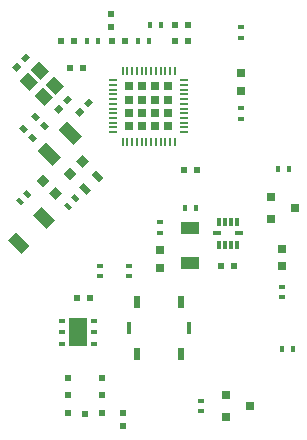
<source format=gtp>
G04 #@! TF.FileFunction,Paste,Top*
%FSLAX46Y46*%
G04 Gerber Fmt 4.6, Leading zero omitted, Abs format (unit mm)*
G04 Created by KiCad (PCBNEW 0.201506192325+5795~23~ubuntu14.04.1-product) date Wed 04 Nov 2015 01:33:26 GMT*
%MOMM*%
G01*
G04 APERTURE LIST*
%ADD10C,0.100000*%
%ADD11R,0.600000X0.500000*%
%ADD12R,0.500000X0.600000*%
%ADD13R,1.600000X1.000000*%
%ADD14R,0.797560X0.797560*%
%ADD15R,0.400000X0.600000*%
%ADD16R,0.600000X0.400000*%
%ADD17R,0.600000X1.000000*%
%ADD18R,0.450000X1.000000*%
%ADD19R,0.800000X0.300000*%
%ADD20R,0.300000X0.800000*%
%ADD21R,1.500000X2.400000*%
%ADD22R,0.800100X0.800100*%
%ADD23R,0.200000X0.800000*%
%ADD24R,0.800000X0.200000*%
%ADD25R,0.667500X0.667500*%
G04 APERTURE END LIST*
D10*
G36*
X134790264Y-86725182D02*
X135143818Y-87078736D01*
X134719554Y-87503000D01*
X134366000Y-87149446D01*
X134790264Y-86725182D01*
X134790264Y-86725182D01*
G37*
G36*
X134012446Y-87503000D02*
X134366000Y-87856554D01*
X133941736Y-88280818D01*
X133588182Y-87927264D01*
X134012446Y-87503000D01*
X134012446Y-87503000D01*
G37*
G36*
X137497736Y-91836818D02*
X137144182Y-91483264D01*
X137568446Y-91059000D01*
X137922000Y-91412554D01*
X137497736Y-91836818D01*
X137497736Y-91836818D01*
G37*
G36*
X138275554Y-91059000D02*
X137922000Y-90705446D01*
X138346264Y-90281182D01*
X138699818Y-90634736D01*
X138275554Y-91059000D01*
X138275554Y-91059000D01*
G37*
D11*
X147405000Y-84328000D03*
X148505000Y-84328000D03*
D12*
X141986000Y-84497000D03*
X141986000Y-83397000D03*
D11*
X143171000Y-85725000D03*
X142071000Y-85725000D03*
X138853000Y-85725000D03*
X137753000Y-85725000D03*
D10*
G36*
X140124264Y-90535182D02*
X140477818Y-90888736D01*
X140053554Y-91313000D01*
X139700000Y-90959446D01*
X140124264Y-90535182D01*
X140124264Y-90535182D01*
G37*
G36*
X139346446Y-91313000D02*
X139700000Y-91666554D01*
X139275736Y-92090818D01*
X138922182Y-91737264D01*
X139346446Y-91313000D01*
X139346446Y-91313000D01*
G37*
D11*
X139615000Y-88011000D03*
X138515000Y-88011000D03*
X148505000Y-85725000D03*
X147405000Y-85725000D03*
X148167000Y-96647000D03*
X149267000Y-96647000D03*
D12*
X143002000Y-117179000D03*
X143002000Y-118279000D03*
D11*
X151342000Y-104775000D03*
X152442000Y-104775000D03*
D13*
X148717000Y-104497000D03*
X148717000Y-101497000D03*
D11*
X139150000Y-107442000D03*
X140250000Y-107442000D03*
D10*
G36*
X135239182Y-92031736D02*
X135592736Y-91678182D01*
X136017000Y-92102446D01*
X135663446Y-92456000D01*
X135239182Y-92031736D01*
X135239182Y-92031736D01*
G37*
G36*
X136017000Y-92809554D02*
X136370554Y-92456000D01*
X136794818Y-92880264D01*
X136441264Y-93233818D01*
X136017000Y-92809554D01*
X136017000Y-92809554D01*
G37*
G36*
X134223182Y-93047736D02*
X134576736Y-92694182D01*
X135001000Y-93118446D01*
X134647446Y-93472000D01*
X134223182Y-93047736D01*
X134223182Y-93047736D01*
G37*
G36*
X135001000Y-93825554D02*
X135354554Y-93472000D01*
X135778818Y-93896264D01*
X135425264Y-94249818D01*
X135001000Y-93825554D01*
X135001000Y-93825554D01*
G37*
D14*
X156464000Y-103263700D03*
X156464000Y-104762300D03*
X146177000Y-104889300D03*
X146177000Y-103390700D03*
X153035000Y-88404700D03*
X153035000Y-89903300D03*
D10*
G36*
X134867487Y-98261249D02*
X135291751Y-98685513D01*
X135008909Y-98968355D01*
X134584645Y-98544091D01*
X134867487Y-98261249D01*
X134867487Y-98261249D01*
G37*
G36*
X134231091Y-98897645D02*
X134655355Y-99321909D01*
X134372513Y-99604751D01*
X133948249Y-99180487D01*
X134231091Y-98897645D01*
X134231091Y-98897645D01*
G37*
D15*
X157422000Y-111760000D03*
X156522000Y-111760000D03*
D16*
X153035000Y-84513000D03*
X153035000Y-85413000D03*
D15*
X156141000Y-96520000D03*
X157041000Y-96520000D03*
D16*
X156464000Y-107384000D03*
X156464000Y-106484000D03*
X143510000Y-105606000D03*
X143510000Y-104706000D03*
X141097000Y-105606000D03*
X141097000Y-104706000D03*
D15*
X148267000Y-99822000D03*
X149167000Y-99822000D03*
D16*
X146177000Y-101023000D03*
X146177000Y-101923000D03*
X149606000Y-116136000D03*
X149606000Y-117036000D03*
X153035000Y-92271000D03*
X153035000Y-91371000D03*
D17*
X144200000Y-107782000D03*
X147900000Y-107782000D03*
X144200000Y-112182000D03*
X147900000Y-112182000D03*
D18*
X143525000Y-109982000D03*
X148575000Y-109982000D03*
D12*
X138377000Y-114197000D03*
X138377000Y-115697000D03*
X138377000Y-117197000D03*
X141277000Y-117197000D03*
X141277000Y-115697000D03*
X141277000Y-114197000D03*
D11*
X139827000Y-117247000D03*
D19*
X152842000Y-101981000D03*
X150942000Y-101981000D03*
D20*
X152642000Y-101031000D03*
X152142000Y-101031000D03*
X151642000Y-101031000D03*
X151142000Y-101031000D03*
X152642000Y-102931000D03*
X152142000Y-102931000D03*
X151642000Y-102931000D03*
X151142000Y-102931000D03*
D21*
X139192000Y-110363000D03*
D16*
X140542000Y-111363000D03*
X140542000Y-110363000D03*
X140542000Y-109363000D03*
X137842000Y-109363000D03*
X137842000Y-110363000D03*
X137842000Y-111363000D03*
D10*
G36*
X134270167Y-89033512D02*
X134977273Y-88326406D01*
X135825801Y-89174934D01*
X135118695Y-89882040D01*
X134270167Y-89033512D01*
X134270167Y-89033512D01*
G37*
G36*
X136462199Y-89387066D02*
X137169305Y-88679960D01*
X138017833Y-89528488D01*
X137310727Y-90235594D01*
X136462199Y-89387066D01*
X136462199Y-89387066D01*
G37*
G36*
X135542960Y-90306305D02*
X136250066Y-89599199D01*
X137098594Y-90447727D01*
X136391488Y-91154833D01*
X135542960Y-90306305D01*
X135542960Y-90306305D01*
G37*
G36*
X135189406Y-88114273D02*
X135896512Y-87407167D01*
X136745040Y-88255695D01*
X136037934Y-88962801D01*
X135189406Y-88114273D01*
X135189406Y-88114273D01*
G37*
G36*
X136501274Y-94254934D02*
X137774066Y-95527726D01*
X137066960Y-96234832D01*
X135794168Y-94962040D01*
X136501274Y-94254934D01*
X136501274Y-94254934D01*
G37*
G36*
X138269040Y-92487168D02*
X139541832Y-93759960D01*
X138834726Y-94467066D01*
X137561934Y-93194274D01*
X138269040Y-92487168D01*
X138269040Y-92487168D01*
G37*
G36*
X136103528Y-99747101D02*
X137234899Y-100878472D01*
X136527792Y-101585579D01*
X135396421Y-100454208D01*
X136103528Y-99747101D01*
X136103528Y-99747101D01*
G37*
G36*
X133982208Y-101868421D02*
X135113579Y-102999792D01*
X134406472Y-103706899D01*
X133275101Y-102575528D01*
X133982208Y-101868421D01*
X133982208Y-101868421D01*
G37*
D22*
X155590240Y-98872000D03*
X155590240Y-100772000D03*
X157589220Y-99822000D03*
X151780240Y-115636000D03*
X151780240Y-117536000D03*
X153779220Y-116586000D03*
D10*
G36*
X139613008Y-95314662D02*
X140143338Y-95844992D01*
X139577652Y-96410678D01*
X139047322Y-95880348D01*
X139613008Y-95314662D01*
X139613008Y-95314662D01*
G37*
G36*
X138552348Y-96375322D02*
X139082678Y-96905652D01*
X138516992Y-97471338D01*
X137986662Y-96941008D01*
X138552348Y-96375322D01*
X138552348Y-96375322D01*
G37*
G36*
X137857338Y-98592008D02*
X137327008Y-99122338D01*
X136761322Y-98556652D01*
X137291652Y-98026322D01*
X137857338Y-98592008D01*
X137857338Y-98592008D01*
G37*
G36*
X136796678Y-97531348D02*
X136266348Y-98061678D01*
X135700662Y-97495992D01*
X136230992Y-96965662D01*
X136796678Y-97531348D01*
X136796678Y-97531348D01*
G37*
D15*
X144330000Y-85725000D03*
X145230000Y-85725000D03*
X145346000Y-84328000D03*
X146246000Y-84328000D03*
X140912000Y-85725000D03*
X140012000Y-85725000D03*
D10*
G36*
X140723909Y-96637695D02*
X141360305Y-97274091D01*
X141006751Y-97627645D01*
X140370355Y-96991249D01*
X140723909Y-96637695D01*
X140723909Y-96637695D01*
G37*
G36*
X139663249Y-97698355D02*
X140299645Y-98334751D01*
X139946091Y-98688305D01*
X139309695Y-98051909D01*
X139663249Y-97698355D01*
X139663249Y-97698355D01*
G37*
G36*
X138931487Y-98642249D02*
X139355751Y-99066513D01*
X139072909Y-99349355D01*
X138648645Y-98925091D01*
X138931487Y-98642249D01*
X138931487Y-98642249D01*
G37*
G36*
X138295091Y-99278645D02*
X138719355Y-99702909D01*
X138436513Y-99985751D01*
X138012249Y-99561487D01*
X138295091Y-99278645D01*
X138295091Y-99278645D01*
G37*
D23*
X143000000Y-94200000D03*
X143400000Y-94200000D03*
X143800000Y-94200000D03*
X144200000Y-94200000D03*
X144600000Y-94200000D03*
X145000000Y-94200000D03*
X145400000Y-94200000D03*
X145800000Y-94200000D03*
X146200000Y-94200000D03*
X146600000Y-94200000D03*
X147000000Y-94200000D03*
X147400000Y-94200000D03*
D24*
X148200000Y-93400000D03*
X148200000Y-93000000D03*
X148200000Y-92600000D03*
X148200000Y-92200000D03*
X148200000Y-91800000D03*
X148200000Y-91400000D03*
X148200000Y-91000000D03*
X148200000Y-90600000D03*
X148200000Y-90200000D03*
X148200000Y-89800000D03*
X148200000Y-89400000D03*
X148200000Y-89000000D03*
D23*
X147400000Y-88200000D03*
X147000000Y-88200000D03*
X146600000Y-88200000D03*
X146200000Y-88200000D03*
X145800000Y-88200000D03*
X145400000Y-88200000D03*
X145000000Y-88200000D03*
X144600000Y-88200000D03*
X144200000Y-88200000D03*
X143800000Y-88200000D03*
X143400000Y-88200000D03*
X143000000Y-88200000D03*
D24*
X142200000Y-89000000D03*
X142200000Y-89400000D03*
X142200000Y-89800000D03*
X142200000Y-90200000D03*
X142200000Y-90600000D03*
X142200000Y-91000000D03*
X142200000Y-91400000D03*
X142200000Y-91800000D03*
X142200000Y-92200000D03*
X142200000Y-92600000D03*
X142200000Y-93000000D03*
X142200000Y-93400000D03*
D25*
X146868750Y-89531250D03*
X145756250Y-89531250D03*
X144643750Y-89531250D03*
X143531250Y-89531250D03*
X146868750Y-90643750D03*
X145756250Y-90643750D03*
X144643750Y-90643750D03*
X143531250Y-90643750D03*
X146868750Y-91756250D03*
X145756250Y-91756250D03*
X144643750Y-91756250D03*
X143531250Y-91756250D03*
X146868750Y-92868750D03*
X145756250Y-92868750D03*
X144643750Y-92868750D03*
X143531250Y-92868750D03*
M02*

</source>
